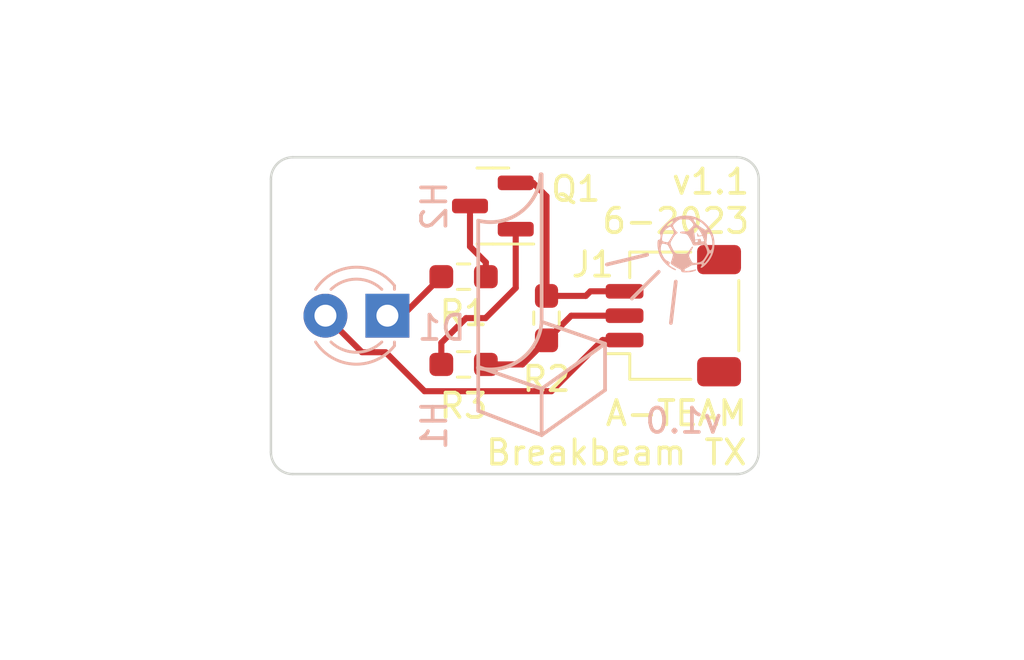
<source format=kicad_pcb>
(kicad_pcb (version 20221018) (generator pcbnew)
  (layers (0 "F.Cu" signal) (31 "B.Cu" signal) (34 "B.Paste" user) (35 "F.Paste" user) (36 "B.SilkS" user "B.Silkscreen") (37 "F.SilkS" user "F.Silkscreen") (38 "B.Mask" user) (39 "F.Mask" user) (44 "Edge.Cuts" user))
  (net 0 "")
  (net 1 "Net-(D1-K)")
  (net 2 "+3.3V")
  (net 3 "BALL_TX")
  (net 4 "GND")
  (net 5 "Net-(Q1-D)")
  (net 6 "Net-(Q1-G)")
  (footprint "Resistor_SMD:R_0603_1608Metric_Pad0.98x0.95mm_HandSolder" (layer "F.Cu") (at 126.4 61.9)
    (fp_text reference "R1" (at 0 1.5) (layer "F.SilkS") (effects (font (thickness 0.153))))
    (fp_text value "36" hide)
    (fp_line (start -0.254724 -0.5225) (end 0.254724 -0.5225) (stroke (width 0.12)) (layer "F.SilkS"))
    (fp_line (start -0.254724 0.5225) (end 0.254724 0.5225) (stroke (width 0.12)) (layer "F.SilkS"))
    (pad "1" smd roundrect (at -0.9125 0) (size 0.975 0.95) (layers "F.Cu" "F.Paste" "F.Mask") (net 1 "Net-(D1-K)"))
    (pad "2" smd roundrect (at 0.9125 0) (size 0.975 0.95) (layers "F.Cu" "F.Paste" "F.Mask") (net 5 "Net-(Q1-D)"))
  )
  (footprint "Connector_JST:JST_SH_SM03B-SRSS-TB_1x03-1MP_P1.00mm_Horizontal" (layer "F.Cu") (at 135 63.5 90)
    (fp_text reference "J1" (at 2.1 -3.3 180) (layer "F.SilkS") (effects (font (thickness 0.153))))
    (fp_text value "Conn_01x03" hide)
    (fp_line (start -2.61 -1.785) (end -1.56 -1.785) (stroke (width 0.12)) (layer "F.SilkS"))
    (fp_line (start -2.61 0.715) (end -2.61 -1.785) (stroke (width 0.12)) (layer "F.SilkS"))
    (fp_line (start -1.56 -1.785) (end -1.56 -2.775) (stroke (width 0.12)) (layer "F.SilkS"))
    (fp_line (start -1.44 2.685) (end 1.44 2.685) (stroke (width 0.12)) (layer "F.SilkS"))
    (fp_line (start 2.61 -1.785) (end 1.56 -1.785) (stroke (width 0.12)) (layer "F.SilkS"))
    (fp_line (start 2.61 0.715) (end 2.61 -1.785) (stroke (width 0.12)) (layer "F.SilkS"))
    (pad "1" smd roundrect (at -1 -2 90) (size 0.6 1.55) (layers "F.Cu" "F.Paste" "F.Mask") (net 2 "+3.3V"))
    (pad "2" smd roundrect (at 0 -2 90) (size 0.6 1.55) (layers "F.Cu" "F.Paste" "F.Mask") (net 3 "BALL_TX"))
    (pad "3" smd roundrect (at 1 -2 90) (size 0.6 1.55) (layers "F.Cu" "F.Paste" "F.Mask") (net 4 "GND"))
    (pad "MP" smd roundrect (at -2.3 1.875 90) (size 1.2 1.8) (layers "F.Cu" "F.Paste" "F.Mask") (roundrect_rratio 0.2083333333))
    (pad "MP" smd roundrect (at 2.3 1.875 90) (size 1.2 1.8) (layers "F.Cu" "F.Paste" "F.Mask") (roundrect_rratio 0.2083333333))
  )
  (footprint "Resistor_SMD:R_0603_1608Metric_Pad0.98x0.95mm_HandSolder" (layer "F.Cu") (at 129.8 63.6 90)
    (fp_text reference "R2" (at -2.5 0 180) (layer "F.SilkS") (effects (font (thickness 0.153))))
    (fp_text value "10k" hide)
    (fp_line (start -0.254724 -0.5225) (end 0.254724 -0.5225) (stroke (width 0.12)) (layer "F.SilkS"))
    (fp_line (start -0.254724 0.5225) (end 0.254724 0.5225) (stroke (width 0.12)) (layer "F.SilkS"))
    (pad "1" smd roundrect (at -0.9125 0 90) (size 0.975 0.95) (layers "F.Cu" "F.Paste" "F.Mask") (net 3 "BALL_TX"))
    (pad "2" smd roundrect (at 0.9125 0 90) (size 0.975 0.95) (layers "F.Cu" "F.Paste" "F.Mask") (net 4 "GND"))
  )
  (footprint "Resistor_SMD:R_0603_1608Metric_Pad0.98x0.95mm_HandSolder" (layer "F.Cu") (at 126.4 65.5 180)
    (fp_text reference "R3" (at 0 -1.7) (layer "F.SilkS") (effects (font (thickness 0.153))))
    (fp_text value "100" hide)
    (fp_line (start -0.254724 -0.5225) (end 0.254724 -0.5225) (stroke (width 0.12)) (layer "F.SilkS"))
    (fp_line (start -0.254724 0.5225) (end 0.254724 0.5225) (stroke (width 0.12)) (layer "F.SilkS"))
    (pad "1" smd roundrect (at -0.9125 0 180) (size 0.975 0.95) (layers "F.Cu" "F.Paste" "F.Mask") (net 3 "BALL_TX"))
    (pad "2" smd roundrect (at 0.9125 0 180) (size 0.975 0.95) (layers "F.Cu" "F.Paste" "F.Mask") (net 6 "Net-(Q1-G)"))
  )
  (footprint "MountingHole:MountingHole_2.2mm_M2" (layer "F.Cu") (at 122 68 -90)
    (fp_text reference "H1" (at 0 -3.2 90) (layer "B.SilkS") (effects (font (thickness 0.153)) (justify mirror)))
    (fp_text value "MountingHole" hide)
    (pad "" np_thru_hole circle (at 0 0 270) (size 2.2 2.2) (drill 2.2) (layers "*.Cu" "*.Mask"))
  )
  (footprint "MountingHole:MountingHole_2.2mm_M2" (layer "F.Cu") (at 122 59 -90)
    (fp_text reference "H2" (at 0 -3.2 90) (layer "B.SilkS") (effects (font (thickness 0.153)) (justify mirror)))
    (fp_text value "MountingHole" hide)
    (pad "" np_thru_hole circle (at 0 0 270) (size 2.2 2.2) (drill 2.2) (layers "*.Cu" "*.Mask"))
  )
  (footprint "Package_TO_SOT_SMD:SOT-23" (layer "F.Cu") (at 127.6 59 180)
    (fp_text reference "Q1" (at -3.4 0.7) (layer "F.SilkS") (effects (font (thickness 0.153))))
    (fp_text value "BSS138" hide)
    (fp_line (start 0 -1.56) (end -1.675 -1.56) (stroke (width 0.12)) (layer "F.SilkS"))
    (fp_line (start 0 -1.56) (end 0.65 -1.56) (stroke (width 0.12)) (layer "F.SilkS"))
    (fp_line (start 0 1.56) (end -0.65 1.56) (stroke (width 0.12)) (layer "F.SilkS"))
    (fp_line (start 0 1.56) (end 0.65 1.56) (stroke (width 0.12)) (layer "F.SilkS"))
    (pad "1" smd roundrect (at -0.9375 -0.95 180) (size 1.475 0.6) (layers "F.Cu" "F.Paste" "F.Mask") (net 6 "Net-(Q1-G)"))
    (pad "2" smd roundrect (at -0.9375 0.95 180) (size 1.475 0.6) (layers "F.Cu" "F.Paste" "F.Mask") (net 4 "GND"))
    (pad "3" smd roundrect (at 0.9375 0 180) (size 1.475 0.6) (layers "F.Cu" "F.Paste" "F.Mask") (net 5 "Net-(Q1-D)"))
  )
  (footprint "AT-Style:logo_3_mm_3_mm" (layer "B.Cu") (at 135.5 60.5 180)
    (fp_text reference "G***" hide)
    (fp_text value "LOGO" hide)
    (fp_poly (pts (xy 0.084667 1.104608) (xy 0.147904 1.099875) (xy 0.180206 1.095398) (xy 0.322169 1.061718) (xy 0.456925 1.011636) (xy 0.583926 0.945492) (xy 0.702625 0.86363) (xy 0.812473 0.766392) (xy 0.912923 0.65412) (xy 0.937606 0.622279) (xy 0.96758 0.579457) (xy 0.995872 0.533645) (xy 1.020561 0.48853) (xy 1.039727 0.447796) (xy 1.05145 0.415131) (xy 1.054204 0.398475) (xy 1.050505 0.373967) (xy 1.041173 0.343344) (xy 1.036058 0.330691) (xy 1.026275 0.304678) (xy 1.021897 0.279516) (xy 1.022111 0.248004) (xy 1.024011 0.224049) (xy 1.032764 0.173874) (xy 1.048446 0.139843) (xy 1.071494 0.121291) (xy 1.094133 0.117134) (xy 1.11474 0.112649) (xy 1.130013 0.097915) (xy 1.140723 0.071017) (xy 1.147639 0.030038) (xy 1.151479 -0.025662) (xy 1.149055 -0.14185) (xy 1.133304 -0.263808) (xy 1.105256 -0.386416) (xy 1.065944 -0.504554) (xy 1.044967 -0.554637) (xy 1.001368 -0.637177) (xy 0.944248 -0.722728) (xy 0.876763 -0.807472) (xy 0.802068 -0.887591) (xy 0.723321 -0.959267) (xy 0.68614 -0.988703) (xy 0.650923 -1.013429) (xy 0.609229 -1.039945) (xy 0.564453 -1.066397) (xy 0.519992 -1.090934) (xy 0.479244 -1.111702) (xy 0.445603 -1.12685) (xy 0.422468 -1.134525) (xy 0.41769 -1.135103) (xy 0.398369 -1.128601) (xy 0.392056 -1.111266) (xy 0.394137 -1.101175) (xy 0.403563 -1.092172) (xy 0.425342 -1.077938) (xy 0.455534 -1.060945) (xy 0.47046 -1.053236) (xy 0.514851 -1.029688) (xy 0.558935 -1.004152) (xy 0.599617 -0.978656) (xy 0.633804 -0.955229) (xy 0.658402 -0.935898) (xy 0.670318 -0.922691) (xy 0.670603 -0.922035) (xy 0.670027 -0.906629) (xy 0.662891 -0.882188) (xy 0.656894 -0.867611) (xy 0.646123 -0.84279) (xy 0.642773 -0.827688) (xy 0.646697 -0.815668) (xy 0.655489 -0.803127) (xy 0.674013 -0.786197) (xy 0.701759 -0.769103) (xy 0.717927 -0.761604) (xy 0.774833 -0.733656) (xy 0.820874 -0.698694) (xy 0.860483 -0.654807) (xy 0.884639 -0.619991) (xy 0.911635 -0.57453) (xy 0.939236 -0.522937) (xy 0.965206 -0.469727) (xy 0.98731 -0.419416) (xy 1.003314 -0.376518) (xy 1.00966 -0.353465) (xy 1.015497 -0.306736) (xy 1.01581 -0.254286) (xy 1.011248 -0.200335) (xy 1.002457 -0.149101) (xy 0.990086 -0.104805) (xy 0.974784 -0.071668) (xy 0.964418 -0.058854) (xy 0.948814 -0.048979) (xy 0.928069 -0.046231) (xy 0.902686 -0.048486) (xy 0.855094 -0.056552) (xy 0.809686 -0.067349) (xy 0.770998 -0.079553) (xy 0.743563 -0.091837) (xy 0.735843 -0.097264) (xy 0.724948 -0.111402) (xy 0.708684 -0.137747) (xy 0.689443 -0.172241) (xy 0.673638 -0.202731) (xy 0.648627 -0.251257) (xy 0.619077 -0.306529) (xy 0.589689 -0.359822) (xy 0.576051 -0.383824) (xy 0.554573 -0.4222) (xy 0.53626 -0.456967) (xy 0.523222 -0.483987) (xy 0.517815 -0.497964) (xy 0.518169 -0.515433) (xy 0.523346 -0.546033) (xy 0.532286 -0.58586) (xy 0.543932 -0.63101) (xy 0.557224 -0.677582) (xy 0.571104 -0.721672) (xy 0.584512 -0.759375) (xy 0.595883 -0.785789) (xy 0.609593 -0.820079) (xy 0.610489 -0.846657) (xy 0.598377 -0.870676) (xy 0.592427 -0.877872) (xy 0.574232 -0.89389) (xy 0.543121 -0.916456) (xy 0.502109 -0.943696) (xy 0.454212 -0.97374) (xy 0.402445 -1.004714) (xy 0.349825 -1.034748) (xy 0.299368 -1.061967) (xy 0.279395 -1.072186) (xy 0.238711 -1.093223) (xy 0.211645 -1.109113) (xy 0.195324 -1.121967) (xy 0.186873 -1.133896) (xy 0.18426 -1.142049) (xy 0.174845 -1.176104) (xy 0.162161 -1.197038) (xy 0.142441 -1.209743) (xy 0.128328 -1.21467) (xy 0.097761 -1.220116) (xy 0.052703 -1.223141) (xy -0.003478 -1.223729) (xy -0.067413 -1.221863) (xy -0.135733 -1.217528) (xy -0.153377 -1.216032) (xy -0.20402 -1.210554) (xy -0.248617 -1.20313) (xy -0.293991 -1.192294) (xy -0.346968 -1.176579) (xy -0.367262 -1.170079) (xy -0.408108 -1.153427) (xy -0.431117 -1.135776) (xy -0.436223 -1.117189) (xy -0.432634 -1.108492) (xy -0.426649 -1.104147) (xy -0.414253 -1.103201) (xy -0.392797 -1.106021) (xy -0.359637 -1.112977) (xy -0.312124 -1.124434) (xy -0.304866 -1.126246) (xy -0.228096 -1.143572) (xy -0.160195 -1.154429) (xy -0.093707 -1.159979) (xy -0.085598 -1.160339) (xy -0.041745 -1.161866) (xy -0.012168 -1.161889) (xy 0.006849 -1.159927) (xy 0.019023 -1.1555) (xy 0.02807 -1.148126) (xy 0.030713 -1.145286) (xy 0.042195 -1.125336) (xy 0.039025 -1.10582) (xy 0.020353 -1.085606) (xy -0.014673 -1.063561) (xy -0.04058 -1.050549) (xy -0.081289 -1.030115) (xy -0.123545 -1.007134) (xy -0.158639 -0.986356) (xy -0.160621 -0.985094) (xy -0.19832 -0.962012) (xy -0.230453 -0.945786) (xy -0.262363 -0.934743) (xy -0.299391 -0.927213) (xy -0.346878 -0.921525) (xy -0.370873 -0.919314) (xy -0.422852 -0.91392) (xy -0.478609 -0.906792) (xy -0.529599 -0.899073) (xy -0.552385 -0.895016) (xy -0.598485 -0.887405) (xy -0.630143 -0.885808) (xy -0.650086 -0.890779) (xy -0.661046 -0.902871) (xy -0.665154 -0.917858) (xy -0.661162 -0.937874) (xy -0.646567 -0.96398) (xy -0.640319 -0.972368) (xy -0.621783 -1.001625) (xy -0.618104 -1.022852) (xy -0.628984 -1.034956) (xy -0.654125 -1.036841) (xy -0.657751 -1.036378) (xy -0.677934 -1.028048) (xy -0.707671 -1.008677) (xy -0.744269 -0.98044) (xy -0.785034 -0.945517) (xy -0.827272 -0.906083) (xy -0.860752 -0.872292) (xy -0.955699 -0.761086) (xy -1.033991 -0.643709) (xy -1.095913 -0.519473) (xy -1.119157 -0.452647) (xy -1.034917 -0.452647) (xy -1.030701 -0.471114) (xy -1.01875 -0.500241) (xy -1.005427 -0.528715) (xy -0.951332 -0.626641) (xy -0.882784 -0.725865) (xy -0.838107 -0.781642) (xy -0.806829 -0.816867) (xy -0.783769 -0.838046) (xy -0.76732 -0.84624) (xy -0.755874 -0.842511) (xy -0.752474 -0.838143) (xy -0.750668 -0.830293) (xy -0.753961 -0.817964) (xy -0.763581 -0.798841) (xy -0.780757 -0.770608) (xy -0.80672 -0.730949) (xy -0.819541 -0.711813) (xy -0.84784 -0.668557) (xy -0.879705 -0.61801) (xy -0.909869 -0.568584) (xy -0.921088 -0.549627) (xy -0.951259 -0.5) (xy -0.975323 -0.465326) (xy -0.994586 -0.444134) (xy -1.010356 -0.434954) (xy -1.022332 -0.435623) (xy -1.031944 -0.441823) (xy -1.034917 -0.452647) (xy -1.119157 -0.452647) (xy -1.134597 -0.408255) (xy -0.888575 -0.408255) (xy -0.883604 -0.438286) (xy -0.87115 -0.472343) (xy -0.850239 -0.514355) (xy -0.828028 -0.554133) (xy -0.784291 -0.626835) (xy -0.744445 -0.684407) (xy -0.706503 -0.728751) (xy -0.668483 -0.761774) (xy -0.6284 -0.78538) (xy -0.584269 -0.801474) (xy -0.565544 -0.806123) (xy -0.480251 -0.822947) (xy -0.410281 -0.832088) (xy -0.354673 -0.83358) (xy -0.312463 -0.827455) (xy -0.285691 -0.815826) (xy -0.270951 -0.800393) (xy -0.251505 -0.772018) (xy -0.229293 -0.73451) (xy -0.206253 -0.69168) (xy -0.184326 -0.647335) (xy -0.16545 -0.605285) (xy -0.151565 -0.56934) (xy -0.14461 -0.543307) (xy -0.144164 -0.537845) (xy -0.147275 -0.513583) (xy -0.157143 -0.482216) (xy -0.174567 -0.441954) (xy -0.200349 -0.391005) (xy -0.235291 -0.327575) (xy -0.248545 -0.304336) (xy -0.273479 -0.260561) (xy -0.290366 -0.229432) (xy -0.300282 -0.208057) (xy -0.304304 -0.193542) (xy -0.30351 -0.182995) (xy -0.298975 -0.173521) (xy -0.297883 -0.171767) (xy -0.288461 -0.163743) (xy -0.2757 -0.166034) (xy -0.258523 -0.179724) (xy -0.235853 -0.205893) (xy -0.206613 -0.245626) (xy -0.169723 -0.300003) (xy -0.168753 -0.301469) (xy -0.135355 -0.351856) (xy -0.108097 -0.390613) (xy -0.083921 -0.41924) (xy -0.059765 -0.439233) (xy -0.032569 -0.45209) (xy 0.000726 -0.459309) (xy 0.043181 -0.462387) (xy 0.097856 -0.462823) (xy 0.159664 -0.462197) (xy 0.216389 -0.461112) (xy 0.269289 -0.459207) (xy 0.314794 -0.456678) (xy 0.349331 -0.453722) (xy 0.369023 -0.450622) (xy 0.394699 -0.440707) (xy 0.418808 -0.424203) (xy 0.442847 -0.399192) (xy 0.468313 -0.363757) (xy 0.496704 -0.315981) (xy 0.529516 -0.253946) (xy 0.542055 -0.229047) (xy 0.572309 -0.167934) (xy 0.594705 -0.119086) (xy 0.609081 -0.078961) (xy 0.615277 -0.044017) (xy 0.613131 -0.01071) (xy 0.602484 0.024501) (xy 0.583173 0.06516) (xy 0.555039 0.114808) (xy 0.524087 0.16669) (xy 0.479843 0.236435) (xy 0.439447 0.29103) (xy 0.401232 0.332484) (xy 0.363529 0.362802) (xy 0.358159 0.366296) (xy 0.332074 0.388121) (xy 0.323994 0.409295) (xy 0.326568 0.414651) (xy 0.477545 0.414651) (xy 0.481008 0.395017) (xy 0.492197 0.36837) (xy 0.512313 0.332277) (xy 0.539444 0.289081) (xy 0.567882 0.244422) (xy 0.596961 0.197324) (xy 0.622887 0.154005) (xy 0.638867 0.126144) (xy 0.671465 0.07288) (xy 0.700895 0.036572) (xy 0.727824 0.01657) (xy 0.752922 0.012222) (xy 0.755369 0.012626) (xy 0.776906 0.016726) (xy 0.808659 0.022629) (xy 0.837957 0.027999) (xy 0.889113 0.039339) (xy 0.92477 0.053122) (xy 0.947446 0.071613) (xy 0.959663 0.097076) (xy 0.963939 0.131775) (xy 0.964065 0.14132) (xy 0.961444 0.186557) (xy 0.95445 0.241788) (xy 0.944285 0.300185) (xy 0.932154 0.354919) (xy 0.91926 0.399162) (xy 0.917958 0.402794) (xy 0.890258 0.454702) (xy 0.844732 0.508014) (xy 0.781332 0.562782) (xy 0.726826 0.601655) (xy 0.685899 0.627444) (xy 0.655294 0.642399) (xy 0.631627 0.647388) (xy 0.611517 0.643279) (xy 0.597049 0.63497) (xy 0.581205 0.618457) (xy 0.56104 0.589879) (xy 0.538906 0.553574) (xy 0.517156 0.513879) (xy 0.498144 0.475133) (xy 0.484221 0.441673) (xy 0.477741 0.417836) (xy 0.477545 0.414651) (xy 0.326568 0.414651) (xy 0.333922 0.429953) (xy 0.359625 0.448989) (xy 0.38635 0.470048) (xy 0.415117 0.502572) (xy 0.44366 0.542651) (xy 0.469713 0.586377) (xy 0.491012 0.629839) (xy 0.50529 0.669129) (xy 0.510283 0.700336) (xy 0.509584 0.707795) (xy 0.499597 0.728975) (xy 0.477791 0.757663) (xy 0.447117 0.791044) (xy 0.410529 0.826305) (xy 0.370977 0.860631) (xy 0.366113 0.86439) (xy 0.515245 0.86439) (xy 0.523853 0.840863) (xy 0.547531 0.80872) (xy 0.56002 0.795222) (xy 0.603054 0.754519) (xy 0.644716 0.721654) (xy 0.683065 0.697538) (xy 0.716161 0.683079) (xy 0.742063 0.679187) (xy 0.758831 0.686772) (xy 0.764121 0.699579) (xy 0.758505 0.716384) (xy 0.739414 0.740595) (xy 0.708819 0.770336) (xy 0.668692 0.803733) (xy 0.621006 0.838911) (xy 0.608499 0.847517) (xy 0.568334 0.870865) (xy 0.538636 0.880632) (xy 0.520556 0.87806) (xy 0.515245 0.86439) (xy 0.366113 0.86439) (xy 0.331415 0.891207) (xy 0.294794 0.915221) (xy 0.28797 0.919049) (xy 0.229763 0.950585) (xy 0.067577 0.950585) (xy 0.012686 0.950185) (xy -0.038303 0.949074) (xy -0.081685 0.947389) (xy -0.113759 0.945268) (xy -0.128934 0.943319) (xy -0.166589 0.92726) (xy -0.207779 0.894774) (xy -0.251382 0.846846) (xy -0.275643 0.814739) (xy -0.297951 0.783044) (xy -0.313288 0.757721) (xy -0.320859 0.73609) (xy -0.319864 0.715474) (xy -0.309507 0.693194) (xy -0.28899 0.666572) (xy -0.257517 0.632929) (xy -0.214289 0.589586) (xy -0.206236 0.581581) (xy -0.085598 0.461622) (xy 0.049557 0.456928) (xy 0.107757 0.454655) (xy 0.150512 0.452122) (xy 0.180395 0.448801) (xy 0.199981 0.444162) (xy 0.211842 0.437677) (xy 0.218552 0.428817) (xy 0.221335 0.421647) (xy 0.222774 0.403459) (xy 0.212758 0.389793) (xy 0.189533 0.379785) (xy 0.151344 0.372568) (xy 0.113831 0.368635) (xy 0.054562 0.362668) (xy 0.009713 0.355389) (xy -0.024318 0.345604) (xy -0.051132 0.332118) (xy -0.074328 0.313734) (xy -0.085598 0.302436) (xy -0.102241 0.281003) (xy -0.124676 0.246799) (xy -0.150956 0.203327) (xy -0.179134 0.154091) (xy -0.207261 0.102594) (xy -0.233392 0.052339) (xy -0.255577 0.006828) (xy -0.271871 -0.030434) (xy -0.274643 -0.037638) (xy -0.297028 -0.081739) (xy -0.325165 -0.109484) (xy -0.35852 -0.120373) (xy -0.36267 -0.120522) (xy -0.380565 -0.119741) (xy -0.413085 -0.117428) (xy -0.456926 -0.113854) (xy -0.508781 -0.109288) (xy -0.565346 -0.104002) (xy -0.570862 -0.103471) (xy -0.749777 -0.086186) (xy -0.77871 -0.117757) (xy -0.799917 -0.147286) (xy -0.822832 -0.189902) (xy -0.845426 -0.241062) (xy -0.865671 -0.296222) (xy -0.879958 -0.344561) (xy -0.887035 -0.378323) (xy -0.888575 -0.408255) (xy -1.134597 -0.408255) (xy -1.141751 -0.387687) (xy -1.17179 -0.247663) (xy -1.186317 -0.098711) (xy -1.186846 -0.085598) (xy -1.185827 -0.044829) (xy -1.097503 -0.044829) (xy -1.09585 -0.118687) (xy -1.089597 -0.18542) (xy -1.079548 -0.236539) (xy -1.065057 -0.274174) (xy -1.045479 -0.300455) (xy -1.039067 -0.306015) (xy -1.01609 -0.317991) (xy -0.996852 -0.313342) (xy -0.979333 -0.291427) (xy -0.976522 -0.286213) (xy -0.963624 -0.258353) (xy -0.951501 -0.227848) (xy -0.951017 -0.226485) (xy -0.942495 -0.204802) (xy -0.928473 -0.171733) (xy -0.911078 -0.132218) (xy -0.896743 -0.100544) (xy -0.854031 -0.007368) (xy -0.863375 0.055455) (xy -0.764515 0.055455) (xy -0.70888 0.047435) (xy -0.679008 0.043996) (xy -0.656812 0.043054) (xy -0.647914 0.044486) (xy -0.643291 0.055412) (xy -0.636816 0.078474) (xy -0.6315 0.101366) (xy -0.629064 0.11017) (xy -0.504576 0.11017) (xy -0.504576 0.069199) (xy -0.50365 0.047029) (xy -0.498532 0.033166) (xy -0.485714 0.025392) (xy -0.461688 0.02149) (xy -0.425736 0.019371) (xy -0.405455 0.020319) (xy -0.397528 0.028266) (xy -0.396452 0.039809) (xy -0.394367 0.062721) (xy -0.391296 0.075037) (xy -0.39065 0.084306) (xy -0.398908 0.091264) (xy -0.418914 0.097085) (xy -0.453513 0.102942) (xy -0.461777 0.104128) (xy -0.504576 0.11017) (xy -0.629064 0.11017) (xy -0.623197 0.131374) (xy -0.614216 0.149495) (xy -0.608728 0.153175) (xy -0.595267 0.151708) (xy -0.568746 0.147819) (xy -0.533842 0.142279) (xy -0.49523 0.135858) (xy -0.457586 0.129326) (xy -0.425586 0.123454) (xy -0.41222 0.120811) (xy -0.395385 0.11896) (xy -0.388644 0.126112) (xy -0.387431 0.145701) (xy -0.38595 0.177592) (xy -0.381926 0.222577) (xy -0.375963 0.276006) (xy -0.368665 0.333232) (xy -0.360635 0.389603) (xy -0.352477 0.440472) (xy -0.344794 0.481188) (xy -0.342594 0.491061) (xy -0.335465 0.525065) (xy -0.331407 0.552125) (xy -0.331047 0.567689) (xy -0.331776 0.569461) (xy -0.342747 0.575576) (xy -0.365808 0.58569) (xy -0.396099 0.59768) (xy -0.398005 0.598399) (xy -0.458103 0.62102) (xy -0.511573 0.563861) (xy -0.54853 0.520475) (xy -0.58629 0.469518) (xy -0.621094 0.416577) (xy -0.649181 0.367243) (xy -0.661604 0.340847) (xy -0.675421 0.307768) (xy -0.628449 0.297694) (xy -0.597616 0.290949) (xy -0.571384 0.284984) (xy -0.561896 0.282706) (xy -0.545299 0.283246) (xy -0.536177 0.298238) (xy -0.535997 0.298829) (xy -0.529162 0.314798) (xy -0.517151 0.337515) (xy -0.502744 0.362346) (xy -0.488724 0.384662) (xy -0.47787 0.399829) (xy -0.473117 0.403553) (xy -0.472823 0.393658) (xy -0.474539 0.371138) (xy -0.477656 0.341196) (xy -0.481566 0.309038) (xy -0.485658 0.279867) (xy -0.489325 0.258886) (xy -0.490678 0.253495) (xy -0.494106 0.247482) (xy -0.50134 0.244066) (xy -0.514681 0.243518) (xy -0.536428 0.246106) (xy -0.568881 0.2521) (xy -0.614341 0.26177) (xy -0.672597 0.274817) (xy -0.682433 0.275062) (xy -0.69114 0.268854) (xy -0.700691 0.253291) (xy -0.713057 0.22547) (xy -0.723152 0.200419) (xy -0.737724 0.16145) (xy -0.74994 0.124795) (xy -0.757873 0.096391) (xy -0.759435 0.088547) (xy -0.764515 0.055455) (xy -0.863375 0.055455) (xy -0.864281 0.06155) (xy -0.868604 0.097438) (xy -0.872955 0.145293) (xy -0.876846 0.199071) (xy -0.879793 0.252726) (xy -0.879967 0.256703) (xy -0.883046 0.314055) (xy -0.887184 0.355782) (xy -0.893261 0.384279) (xy -0.902154 0.401942) (xy -0.914743 0.411164) (xy -0.931904 0.414341) (xy -0.937823 0.414473) (xy -0.960299 0.410385) (xy -0.979726 0.396269) (xy -0.999048 0.369352) (xy -1.01296 0.343647) (xy -1.047596 0.259838) (xy -1.073765 0.164183) (xy -1.090667 0.06114) (xy -1.097503 -0.044829) (xy -1.185827 -0.044829) (xy -1.183275 0.057324) (xy -1.162321 0.196042) (xy -1.124291 0.329801) (xy -1.069489 0.457844) (xy -1.018603 0.544651) (xy -0.897017 0.544651) (xy -0.890254 0.534676) (xy -0.887571 0.531671) (xy -0.871076 0.518208) (xy -0.8516 0.513055) (xy -0.826907 0.516854) (xy -0.794762 0.53025) (xy -0.752928 0.553887) (xy -0.705817 0.584004) (xy -0.662746 0.612138) (xy -0.620744 0.639028) (xy -0.584191 0.661906) (xy -0.557465 0.678003) (xy -0.554132 0.679913) (xy -0.506534 0.707944) (xy -0.4715 0.731752) (xy -0.445176 0.754548) (xy -0.423709 0.779541) (xy -0.409027 0.800808) (xy -0.386771 0.834814) (xy -0.363578 0.869537) (xy -0.34952 0.890133) (xy -0.3319 0.920259) (xy -0.328624 0.940284) (xy -0.340049 0.951473) (xy -0.366531 0.955086) (xy -0.367879 0.955091) (xy -0.393622 0.950348) (xy -0.430695 0.937303) (xy -0.475491 0.917726) (xy -0.5244 0.89339) (xy -0.573812 0.866067) (xy -0.620118 0.837529) (xy -0.651158 0.81601) (xy -0.697074 0.779191) (xy -0.746018 0.735085) (xy -0.793692 0.687968) (xy -0.835795 0.642114) (xy -0.868028 0.601798) (xy -0.871305 0.597134) (xy -0.88871 0.571181) (xy -0.896891 0.555253) (xy -0.897017 0.544651) (xy -1.018603 0.544651) (xy -0.998222 0.579418) (xy -0.910794 0.693765) (xy -0.842106 0.767168) (xy -0.735934 0.862099) (xy -0.625713 0.940392) (xy -0.509057 1.00335) (xy -0.383578 1.05228) (xy -0.25903 1.085866) (xy -0.204526 1.094879) (xy -0.137534 1.101377) (xy -0.063424 1.105242) (xy 0.012433 1.106358)) (fill solid) (layer "B.SilkS"))
  )
  (footprint "LED_THT:LED_D3.0mm" (layer "B.Cu") (at 123.275 63.5 180)
    (fp_text reference "D1" (at -2.225 -0.5) (layer "B.SilkS") (effects (font (thickness 0.153)) (justify mirror)))
    (fp_text value "OP166A")
    (fp_line (start -0.29 -1.08) (end -0.29 -1.236) (stroke (width 0.12)) (layer "B.SilkS"))
    (fp_line (start -0.29 1.236) (end -0.29 1.08) (stroke (width 0.12)) (layer "B.SilkS"))
    (fp_arc (start -0.29 -1.235516) (mid 1.366487 -1.987659) (end 2.942335 -1.078608) (stroke (width 0.12)) (layer "B.SilkS"))
    (fp_arc (start 0.229039 -1.08) (mid 1.270117 -1.5) (end 2.31113 -1.079837) (stroke (width 0.12)) (layer "B.SilkS"))
    (fp_arc (start 2.31113 1.079837) (mid 1.270117 1.5) (end 0.229039 1.08) (stroke (width 0.12)) (layer "B.SilkS"))
    (fp_arc (start 2.942335 1.078608) (mid 1.366487 1.987659) (end -0.29 1.235516) (stroke (width 0.12)) (layer "B.SilkS"))
    (pad "1" thru_hole rect (at 0 0 180) (size 1.8 1.8) (drill 0.9) (layers "*.Cu" "*.Mask") (net 1 "Net-(D1-K)"))
    (pad "2" thru_hole circle (at 2.54 0 180) (size 1.8 1.8) (drill 0.9) (layers "*.Cu" "*.Mask") (net 2 "+3.3V"))
  )
  (gr_line (start 132.2 66.55) (end 132.2 64.65) (stroke (width 0.153)) (layer "B.SilkS"))
  (gr_line (start 127 67.4) (end 129.6 68.4) (stroke (width 0.153)) (layer "B.SilkS"))
  (gr_line (start 132.2 64.65) (end 129.6 66.5) (stroke (width 0.153)) (layer "B.SilkS"))
  (gr_line (start 132.2 66.55) (end 129.6 68.4) (stroke (width 0.153)) (layer "B.SilkS"))
  (gr_line (start 134.4 61.7) (end 133.3 62.8) (stroke (width 0.153)) (layer "B.SilkS"))
  (gr_arc (start 129.55922 57.698058) (mid 128.72969 59.25465) (end 126.999999 59.6) (stroke (width 0.153)) (layer "B.SilkS"))
  (gr_line (start 135.1 62.1) (end 134.9 63.8) (stroke (width 0.153)) (layer "B.SilkS"))
  (gr_line (start 129.6 68.4) (end 129.6 66.5) (stroke (width 0.153)) (layer "B.SilkS"))
  (gr_line (start 126.999999 59.6) (end 127 65.6) (stroke (width 0.153)) (layer "B.SilkS"))
  (gr_line (start 132.2 64.65) (end 129.6 63.75) (stroke (width 0.153)) (layer "B.SilkS"))
  (gr_line (start 129.6 57.7) (end 129.6 63.75) (stroke (width 0.153)) (layer "B.SilkS"))
  (gr_line (start 133.925 61) (end 132.275 61.4) (stroke (width 0.153)) (layer "B.SilkS"))
  (gr_line (start 129.6 66.5) (end 127 65.6) (stroke (width 0.153)) (layer "B.SilkS"))
  (gr_line (start 127 65.6) (end 127 67.4) (stroke (width 0.153)) (layer "B.SilkS"))
  (gr_arc (start 129.599999 63.75) (mid 128.735681 65.304579) (end 126.989377 65.642488) (stroke (width 0.153)) (layer "B.SilkS"))
  (gr_line (start 119.4 70) (end 137.6 70) (stroke (width 0.1)) (layer "Edge.Cuts"))
  (gr_line (start 138.5 69.1) (end 138.5 57.9) (stroke (width 0.1)) (layer "Edge.Cuts"))
  (gr_arc (start 119.4 70) (mid 118.763604 69.736396) (end 118.5 69.1) (stroke (width 0.1)) (layer "Edge.Cuts"))
  (gr_arc (start 118.5 57.9) (mid 118.763604 57.263604) (end 119.4 57) (stroke (width 0.1)) (layer "Edge.Cuts"))
  (gr_line (start 137.6 57) (end 119.4 57) (stroke (width 0.1)) (layer "Edge.Cuts"))
  (gr_arc (start 138.5 69.1) (mid 138.236396 69.736396) (end 137.6 70) (stroke (width 0.1)) (layer "Edge.Cuts"))
  (gr_arc (start 137.6 57) (mid 138.236396 57.263604) (end 138.5 57.9) (stroke (width 0.1)) (layer "Edge.Cuts"))
  (gr_line (start 118.5 69.1) (end 118.5 57.9) (stroke (width 0.1)) (layer "Edge.Cuts"))
  (gr_text "v1.0" (at 137.1 68.4) (layer "B.SilkS") (effects (font (size 1 1) (thickness 0.153)) (justify left bottom mirror)))
  (gr_text "A-TEAM\nBreakbeam TX" (at 138.1 69.7) (layer "F.SilkS") (effects (font (size 1 1) (thickness 0.153)) (justify right bottom)))
  (gr_text "v1.1\n6-2023" (at 138.2 60.2) (layer "F.SilkS") (effects (font (size 1 1) (thickness 0.153)) (justify right bottom)))
  (segment (start 125.4875 61.9) (end 123.8875 63.5) (width 0.25) (layer "F.Cu") (net 1))
  (segment (start 123.8875 63.5) (end 123.275 63.5) (width 0.25) (layer "F.Cu") (net 1))
  (segment (start 130 66.6) (end 124.8 66.6) (width 0.25) (layer "F.Cu") (net 2))
  (segment (start 123.2 65) (end 122.235 65) (width 0.25) (layer "F.Cu") (net 2))
  (segment (start 122.235 65) (end 120.735 63.5) (width 0.25) (layer "F.Cu") (net 2))
  (segment (start 133 64.5) (end 132.1 64.5) (width 0.25) (layer "F.Cu") (net 2))
  (segment (start 124.8 66.6) (end 123.2 65) (width 0.25) (layer "F.Cu") (net 2))
  (segment (start 132.1 64.5) (end 130 66.6) (width 0.25) (layer "F.Cu") (net 2))
  (segment (start 130.8125 63.5) (end 133 63.5) (width 0.25) (layer "F.Cu") (net 3))
  (segment (start 127.3125 65.5) (end 128.8125 65.5) (width 0.25) (layer "F.Cu") (net 3))
  (segment (start 128.8125 65.5) (end 130.8125 63.5) (width 0.25) (layer "F.Cu") (net 3))
  (segment (start 131.4125 62.6875) (end 129.8 62.6875) (width 0.25) (layer "F.Cu") (net 4))
  (segment (start 131.6 62.5) (end 131.4125 62.6875) (width 0.25) (layer "F.Cu") (net 4))
  (segment (start 129.8 58.6) (end 129.25 58.05) (width 0.25) (layer "F.Cu") (net 4))
  (segment (start 129.25 58.05) (end 128.5375 58.05) (width 0.25) (layer "F.Cu") (net 4))
  (segment (start 129.8 62.6875) (end 129.8 58.6) (width 0.25) (layer "F.Cu") (net 4))
  (segment (start 133 62.5) (end 131.6 62.5) (width 0.25) (layer "F.Cu") (net 4))
  (segment (start 127.3125 61.9) (end 127.3125 61.3125) (width 0.25) (layer "F.Cu") (net 5))
  (segment (start 127.3125 61.3125) (end 126.6625 60.6625) (width 0.25) (layer "F.Cu") (net 5))
  (segment (start 126.6625 60.6625) (end 126.6625 59) (width 0.25) (layer "F.Cu") (net 5))
  (segment (start 128.5375 62.3625) (end 128.5375 59.95) (width 0.25) (layer "F.Cu") (net 6))
  (segment (start 125.4875 64.6125) (end 126.5 63.6) (width 0.25) (layer "F.Cu") (net 6))
  (segment (start 125.4875 65.5) (end 125.4875 64.6125) (width 0.25) (layer "F.Cu") (net 6))
  (segment (start 127.3 63.6) (end 128.5375 62.3625) (width 0.25) (layer "F.Cu") (net 6))
  (segment (start 126.5 63.6) (end 127.3 63.6) (width 0.25) (layer "F.Cu") (net 6))
)
</source>
